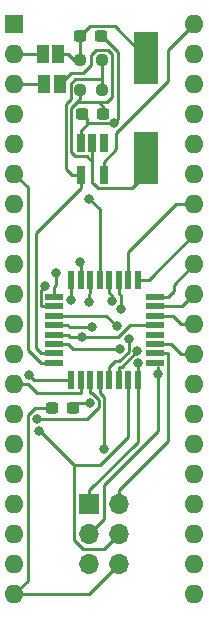
<source format=gbr>
%TF.GenerationSoftware,KiCad,Pcbnew,6.0.2-378541a8eb~116~ubuntu21.10.1*%
%TF.CreationDate,2022-02-13T12:51:07+01:00*%
%TF.ProjectId,QL_IC24,514c5f49-4332-4342-9e6b-696361645f70,00*%
%TF.SameCoordinates,Original*%
%TF.FileFunction,Copper,L1,Top*%
%TF.FilePolarity,Positive*%
%FSLAX46Y46*%
G04 Gerber Fmt 4.6, Leading zero omitted, Abs format (unit mm)*
G04 Created by KiCad (PCBNEW 6.0.2-378541a8eb~116~ubuntu21.10.1) date 2022-02-13 12:51:07*
%MOMM*%
%LPD*%
G01*
G04 APERTURE LIST*
G04 Aperture macros list*
%AMRoundRect*
0 Rectangle with rounded corners*
0 $1 Rounding radius*
0 $2 $3 $4 $5 $6 $7 $8 $9 X,Y pos of 4 corners*
0 Add a 4 corners polygon primitive as box body*
4,1,4,$2,$3,$4,$5,$6,$7,$8,$9,$2,$3,0*
0 Add four circle primitives for the rounded corners*
1,1,$1+$1,$2,$3*
1,1,$1+$1,$4,$5*
1,1,$1+$1,$6,$7*
1,1,$1+$1,$8,$9*
0 Add four rect primitives between the rounded corners*
20,1,$1+$1,$2,$3,$4,$5,0*
20,1,$1+$1,$4,$5,$6,$7,0*
20,1,$1+$1,$6,$7,$8,$9,0*
20,1,$1+$1,$8,$9,$2,$3,0*%
G04 Aperture macros list end*
%TA.AperFunction,SMDPad,CuDef*%
%ADD10R,1.000000X1.500000*%
%TD*%
%TA.AperFunction,ComponentPad*%
%ADD11R,1.700000X1.700000*%
%TD*%
%TA.AperFunction,ComponentPad*%
%ADD12O,1.700000X1.700000*%
%TD*%
%TA.AperFunction,SMDPad,CuDef*%
%ADD13R,2.000000X4.500000*%
%TD*%
%TA.AperFunction,SMDPad,CuDef*%
%ADD14R,0.650000X1.560000*%
%TD*%
%TA.AperFunction,ComponentPad*%
%ADD15R,1.600000X1.600000*%
%TD*%
%TA.AperFunction,ComponentPad*%
%ADD16O,1.600000X1.600000*%
%TD*%
%TA.AperFunction,SMDPad,CuDef*%
%ADD17RoundRect,0.237500X0.250000X0.237500X-0.250000X0.237500X-0.250000X-0.237500X0.250000X-0.237500X0*%
%TD*%
%TA.AperFunction,SMDPad,CuDef*%
%ADD18RoundRect,0.237500X0.300000X0.237500X-0.300000X0.237500X-0.300000X-0.237500X0.300000X-0.237500X0*%
%TD*%
%TA.AperFunction,SMDPad,CuDef*%
%ADD19R,1.600000X0.550000*%
%TD*%
%TA.AperFunction,SMDPad,CuDef*%
%ADD20R,0.550000X1.600000*%
%TD*%
%TA.AperFunction,SMDPad,CuDef*%
%ADD21RoundRect,0.237500X-0.300000X-0.237500X0.300000X-0.237500X0.300000X0.237500X-0.300000X0.237500X0*%
%TD*%
%TA.AperFunction,ViaPad*%
%ADD22C,0.800000*%
%TD*%
%TA.AperFunction,Conductor*%
%ADD23C,0.250000*%
%TD*%
G04 APERTURE END LIST*
D10*
%TO.P,JP2,1,A*%
%TO.N,Net-(C3-Pad1)*%
X118140000Y-73660000D03*
%TO.P,JP2,2,B*%
%TO.N,/XTAL2*%
X116840000Y-73660000D03*
%TD*%
%TO.P,JP1,1,A*%
%TO.N,Net-(C2-Pad1)*%
X117998000Y-71120000D03*
%TO.P,JP1,2,B*%
%TO.N,/XTAL1*%
X116698000Y-71120000D03*
%TD*%
D11*
%TO.P,J2,1,Pin_1*%
%TO.N,/DTR*%
X120650000Y-109220000D03*
D12*
%TO.P,J2,2,Pin_2*%
%TO.N,+5V*%
X123190000Y-109220000D03*
%TO.P,J2,3,Pin_3*%
%TO.N,/CTS*%
X120650000Y-111760000D03*
%TO.P,J2,4,Pin_4*%
%TO.N,/COMCTL*%
X123190000Y-111760000D03*
%TO.P,J2,5,Pin_5*%
%TO.N,unconnected-(J2-Pad5)*%
X120650000Y-114300000D03*
%TO.P,J2,6,Pin_6*%
%TO.N,GND*%
X123190000Y-114300000D03*
%TD*%
D13*
%TO.P,Y1,2,2*%
%TO.N,Net-(C3-Pad1)*%
X125476000Y-79942000D03*
%TO.P,Y1,1,1*%
%TO.N,Net-(C2-Pad1)*%
X125476000Y-71442000D03*
%TD*%
D14*
%TO.P,U2,1,NC*%
%TO.N,unconnected-(U2-Pad1)*%
X121854000Y-78660000D03*
%TO.P,U2,2*%
%TO.N,Net-(C3-Pad1)*%
X120904000Y-78660000D03*
%TO.P,U2,3,GND*%
%TO.N,GND*%
X119954000Y-78660000D03*
%TO.P,U2,4*%
%TO.N,/CLK*%
X119954000Y-81360000D03*
%TO.P,U2,5,VCC*%
%TO.N,+5V*%
X121854000Y-81360000D03*
%TD*%
D15*
%TO.P,J1,1,Pin_1*%
%TO.N,unconnected-(J1-Pad1)*%
X114300000Y-68580000D03*
D16*
%TO.P,J1,2,Pin_2*%
%TO.N,/XTAL1*%
X114300000Y-71120000D03*
%TO.P,J1,3,Pin_3*%
%TO.N,/XTAL2*%
X114300000Y-73660000D03*
%TO.P,J1,4,Pin_4*%
%TO.N,/~{RESET}*%
X114300000Y-76200000D03*
%TO.P,J1,5,Pin_5*%
%TO.N,unconnected-(J1-Pad5)*%
X114300000Y-78740000D03*
%TO.P,J1,6,Pin_6*%
%TO.N,/~{INT}*%
X114300000Y-81280000D03*
%TO.P,J1,7,Pin_7*%
%TO.N,unconnected-(J1-Pad7)*%
X114300000Y-83820000D03*
%TO.P,J1,8,Pin_8*%
%TO.N,unconnected-(J1-Pad8)*%
X114300000Y-86360000D03*
%TO.P,J1,9,Pin_9*%
%TO.N,unconnected-(J1-Pad9)*%
X114300000Y-88900000D03*
%TO.P,J1,10,Pin_10*%
%TO.N,/COMCTL*%
X114300000Y-91440000D03*
%TO.P,J1,11,Pin_11*%
%TO.N,unconnected-(J1-Pad11)*%
X114300000Y-93980000D03*
%TO.P,J1,12,Pin_12*%
%TO.N,/KBI0*%
X114300000Y-96520000D03*
%TO.P,J1,13,Pin_13*%
%TO.N,/KBI1*%
X114300000Y-99060000D03*
%TO.P,J1,14,Pin_14*%
%TO.N,/KBI2*%
X114300000Y-101600000D03*
%TO.P,J1,15,Pin_15*%
%TO.N,/KBI3*%
X114300000Y-104140000D03*
%TO.P,J1,16,Pin_16*%
%TO.N,/KBI4*%
X114300000Y-106680000D03*
%TO.P,J1,17,Pin_17*%
%TO.N,/KBI5*%
X114300000Y-109220000D03*
%TO.P,J1,18,Pin_18*%
%TO.N,/KBI6*%
X114300000Y-111760000D03*
%TO.P,J1,19,Pin_19*%
%TO.N,/KBI7*%
X114300000Y-114300000D03*
%TO.P,J1,20,Pin_20*%
%TO.N,GND*%
X114300000Y-116840000D03*
%TO.P,J1,21,Pin_21*%
%TO.N,unconnected-(J1-Pad21)*%
X129540000Y-116840000D03*
%TO.P,J1,22,Pin_22*%
%TO.N,/SPK*%
X129540000Y-114300000D03*
%TO.P,J1,23,Pin_23*%
%TO.N,/~{IPL2{slash}0}*%
X129540000Y-111760000D03*
%TO.P,J1,24,Pin_24*%
%TO.N,/~{IPL1}*%
X129540000Y-109220000D03*
%TO.P,J1,25,Pin_25*%
%TO.N,unconnected-(J1-Pad25)*%
X129540000Y-106680000D03*
%TO.P,J1,26,Pin_26*%
%TO.N,unconnected-(J1-Pad26)*%
X129540000Y-104140000D03*
%TO.P,J1,27,Pin_27*%
%TO.N,/KBO0*%
X129540000Y-101600000D03*
%TO.P,J1,28,Pin_28*%
%TO.N,/KBO1*%
X129540000Y-99060000D03*
%TO.P,J1,29,Pin_29*%
%TO.N,/KBO2*%
X129540000Y-96520000D03*
%TO.P,J1,30,Pin_30*%
%TO.N,/KBO3*%
X129540000Y-93980000D03*
%TO.P,J1,31,Pin_31*%
%TO.N,/KBO4*%
X129540000Y-91440000D03*
%TO.P,J1,32,Pin_32*%
%TO.N,/KBO5*%
X129540000Y-88900000D03*
%TO.P,J1,33,Pin_33*%
%TO.N,/KBO6*%
X129540000Y-86360000D03*
%TO.P,J1,34,Pin_34*%
%TO.N,/KBO7*%
X129540000Y-83820000D03*
%TO.P,J1,35,Pin_35*%
%TO.N,/CTS*%
X129540000Y-81280000D03*
%TO.P,J1,36,Pin_36*%
%TO.N,/DTR*%
X129540000Y-78740000D03*
%TO.P,J1,37,Pin_37*%
%TO.N,unconnected-(J1-Pad37)*%
X129540000Y-76200000D03*
%TO.P,J1,38,Pin_38*%
%TO.N,/COMDATA*%
X129540000Y-73660000D03*
%TO.P,J1,39,Pin_39*%
%TO.N,/BAUDX4*%
X129540000Y-71120000D03*
%TO.P,J1,40,Pin_40*%
%TO.N,+5V*%
X129540000Y-68580000D03*
%TD*%
D17*
%TO.P,R1,1*%
%TO.N,/CLK*%
X121713000Y-74168000D03*
%TO.P,R1,2*%
%TO.N,Net-(C3-Pad1)*%
X119888000Y-74168000D03*
%TD*%
D18*
%TO.P,C1,1*%
%TO.N,+5V*%
X119226500Y-101092000D03*
%TO.P,C1,2*%
%TO.N,GND*%
X117501500Y-101092000D03*
%TD*%
%TO.P,C3,1*%
%TO.N,Net-(C3-Pad1)*%
X121766500Y-76200000D03*
%TO.P,C3,2*%
%TO.N,GND*%
X120041500Y-76200000D03*
%TD*%
D19*
%TO.P,U1,1,PD3*%
%TO.N,/KBI4*%
X117675000Y-91688000D03*
%TO.P,U1,2,PD4*%
%TO.N,/KBI3*%
X117675000Y-92488000D03*
%TO.P,U1,3,PE0*%
%TO.N,/KBO0*%
X117675000Y-93288000D03*
%TO.P,U1,4,VCC*%
%TO.N,+5V*%
X117675000Y-94088000D03*
%TO.P,U1,5,GND*%
%TO.N,GND*%
X117675000Y-94888000D03*
%TO.P,U1,6,PE1*%
%TO.N,/KBO1*%
X117675000Y-95688000D03*
%TO.P,U1,7,XTAL1/PB6*%
%TO.N,/CLK*%
X117675000Y-96488000D03*
%TO.P,U1,8,XTAL2/PB7*%
%TO.N,/~{INT}*%
X117675000Y-97288000D03*
D20*
%TO.P,U1,9,PD5*%
%TO.N,/KBI2*%
X119125000Y-98738000D03*
%TO.P,U1,10,PD6*%
%TO.N,/KBI1*%
X119925000Y-98738000D03*
%TO.P,U1,11,PD7*%
%TO.N,/KBI0*%
X120725000Y-98738000D03*
%TO.P,U1,12,PB0*%
%TO.N,/SPK*%
X121525000Y-98738000D03*
%TO.P,U1,13,PB1*%
%TO.N,/BAUDX4*%
X122325000Y-98738000D03*
%TO.P,U1,14,PB2*%
%TO.N,/COMDATA*%
X123125000Y-98738000D03*
%TO.P,U1,15,PB3*%
%TO.N,/COMCTL*%
X123925000Y-98738000D03*
%TO.P,U1,16,PB4*%
%TO.N,/DTR*%
X124725000Y-98738000D03*
D19*
%TO.P,U1,17,PB5*%
%TO.N,/CTS*%
X126175000Y-97288000D03*
%TO.P,U1,18,AVCC*%
%TO.N,+5V*%
X126175000Y-96488000D03*
%TO.P,U1,19,PE2*%
%TO.N,/KBO2*%
X126175000Y-95688000D03*
%TO.P,U1,20,AREF*%
%TO.N,unconnected-(U1-Pad20)*%
X126175000Y-94888000D03*
%TO.P,U1,21,GND*%
%TO.N,GND*%
X126175000Y-94088000D03*
%TO.P,U1,22,PE3*%
%TO.N,/KBO3*%
X126175000Y-93288000D03*
%TO.P,U1,23,PC0*%
%TO.N,/KBO4*%
X126175000Y-92488000D03*
%TO.P,U1,24,PC1*%
%TO.N,/KBO5*%
X126175000Y-91688000D03*
D20*
%TO.P,U1,25,PC2*%
%TO.N,/KBO6*%
X124725000Y-90238000D03*
%TO.P,U1,26,PC3*%
%TO.N,/KBO7*%
X123925000Y-90238000D03*
%TO.P,U1,27,PC4*%
%TO.N,/~{IPL1}*%
X123125000Y-90238000D03*
%TO.P,U1,28,PC5*%
%TO.N,/~{IPL2{slash}0}*%
X122325000Y-90238000D03*
%TO.P,U1,29,~{RESET}/PC6*%
%TO.N,/~{RESET}*%
X121525000Y-90238000D03*
%TO.P,U1,30,PD0*%
%TO.N,/KBI7*%
X120725000Y-90238000D03*
%TO.P,U1,31,PD1*%
%TO.N,/KBI6*%
X119925000Y-90238000D03*
%TO.P,U1,32,PD2*%
%TO.N,/KBI5*%
X119125000Y-90238000D03*
%TD*%
D17*
%TO.P,R2,1*%
%TO.N,/CLK*%
X121713000Y-71628000D03*
%TO.P,R2,2*%
%TO.N,Net-(C2-Pad1)*%
X119888000Y-71628000D03*
%TD*%
D21*
%TO.P,C2,1*%
%TO.N,Net-(C2-Pad1)*%
X119888000Y-69596000D03*
%TO.P,C2,2*%
%TO.N,GND*%
X121613000Y-69596000D03*
%TD*%
D22*
%TO.N,+5V*%
X120842200Y-94216800D03*
X120698500Y-100717700D03*
%TO.N,/BAUDX4*%
X123969800Y-95279700D03*
%TO.N,/COMDATA*%
X124697500Y-96290400D03*
%TO.N,/DTR*%
X124725000Y-97290800D03*
%TO.N,/CTS*%
X126492000Y-98202400D03*
%TO.N,/KBO1*%
X123203900Y-96114200D03*
%TO.N,/KBO0*%
X122944000Y-94190000D03*
%TO.N,/~{IPL1}*%
X123344900Y-92763400D03*
%TO.N,/~{IPL2{slash}0}*%
X122562500Y-92087000D03*
%TO.N,/SPK*%
X121874100Y-104570400D03*
%TO.N,GND*%
X120044100Y-95109800D03*
X122725200Y-77014900D03*
%TO.N,/KBI7*%
X120650700Y-92163800D03*
%TO.N,/KBI6*%
X119853700Y-88772200D03*
%TO.N,/KBI5*%
X119125000Y-91998600D03*
%TO.N,/KBI4*%
X117856000Y-89662000D03*
%TO.N,/KBI3*%
X116926800Y-90793500D03*
%TO.N,/KBI2*%
X115560500Y-98330800D03*
%TO.N,/KBI0*%
X116236000Y-102004300D03*
%TO.N,/COMCTL*%
X116385300Y-103017100D03*
%TO.N,/~{RESET}*%
X120650700Y-83394700D03*
%TD*%
D23*
%TO.N,Net-(C3-Pad1)*%
X122547700Y-74810300D02*
X122174000Y-75184000D01*
X121403600Y-75175600D02*
X122165600Y-75175600D01*
X122165600Y-75175600D02*
X122174000Y-75184000D01*
%TO.N,/CLK*%
X119954000Y-81360000D02*
X119206000Y-81360000D01*
X119206000Y-81360000D02*
X118677900Y-80831900D01*
X118677900Y-80831900D02*
X118677900Y-75380900D01*
X118677900Y-75380900D02*
X119071900Y-74986900D01*
X119071900Y-74986900D02*
X119071900Y-73680100D01*
X119071900Y-73680100D02*
X119463000Y-73289000D01*
X119463000Y-73289000D02*
X121713000Y-73289000D01*
%TO.N,Net-(C3-Pad1)*%
X120904000Y-78660000D02*
X120904000Y-80264000D01*
X120904000Y-80264000D02*
X120904000Y-82019900D01*
X120421200Y-79765400D02*
X120421200Y-79781200D01*
X120421200Y-79781200D02*
X120904000Y-80264000D01*
X121353500Y-82469400D02*
X121169050Y-82284950D01*
X121169050Y-82284950D02*
X121004100Y-82120000D01*
X120904000Y-82019900D02*
X121169050Y-82284950D01*
X125476000Y-79942000D02*
X125476000Y-81280000D01*
X125476000Y-81280000D02*
X124286600Y-82469400D01*
X124286600Y-82469400D02*
X121353500Y-82469400D01*
%TO.N,/KBI4*%
X117675000Y-91688000D02*
X117675000Y-90859000D01*
X117675000Y-90859000D02*
X117856000Y-90678000D01*
X117856000Y-89662000D02*
X117856000Y-90678000D01*
%TO.N,/~{IPL2{slash}0}*%
X122325000Y-90238000D02*
X122325000Y-91337000D01*
X122562500Y-92087000D02*
X122562500Y-91574500D01*
X122562500Y-91574500D02*
X122325000Y-91337000D01*
%TO.N,/CTS*%
X126492000Y-98202400D02*
X126492000Y-103091900D01*
X126492000Y-103091900D02*
X121920000Y-107663900D01*
X121920000Y-107663900D02*
X121920000Y-110490000D01*
X121920000Y-110490000D02*
X120650000Y-111760000D01*
X126492000Y-98202400D02*
X126492000Y-97605000D01*
%TO.N,+5V*%
X122930800Y-77835100D02*
X127306950Y-73458950D01*
X129540000Y-68580000D02*
X127306950Y-70813050D01*
X127306950Y-70813050D02*
X127306950Y-73458950D01*
%TO.N,Net-(C2-Pad1)*%
X119888000Y-71628000D02*
X119331300Y-71628000D01*
X119331300Y-71628000D02*
X118823300Y-71120000D01*
X119888000Y-69596000D02*
X120691000Y-68793000D01*
X120691000Y-68793000D02*
X122827000Y-68793000D01*
X122827000Y-68793000D02*
X125476000Y-71442000D01*
%TO.N,Net-(C3-Pad1)*%
X119625600Y-75175600D02*
X119128300Y-75672900D01*
X119888000Y-74913200D02*
X119625600Y-75175600D01*
X121403600Y-75175600D02*
X121766500Y-75538500D01*
X119625600Y-75175600D02*
X121403600Y-75175600D01*
X119888000Y-74168000D02*
X119888000Y-74913200D01*
X119128300Y-75672900D02*
X119128300Y-79429000D01*
X119128300Y-79429000D02*
X119464700Y-79765400D01*
X119464700Y-79765400D02*
X120421200Y-79765400D01*
X122562300Y-74810300D02*
X122562300Y-71176500D01*
X122562300Y-74810300D02*
X122547700Y-74810300D01*
X121766500Y-76200000D02*
X121766500Y-75538500D01*
%TO.N,/KBO7*%
X129540000Y-83820000D02*
X128016000Y-83820000D01*
X128016000Y-83820000D02*
X123925000Y-87911000D01*
X123925000Y-87911000D02*
X123925000Y-90238000D01*
%TO.N,/KBO6*%
X124725000Y-90238000D02*
X125662000Y-90238000D01*
X125662000Y-90238000D02*
X129540000Y-86360000D01*
%TO.N,/KBO3*%
X126175000Y-93288000D02*
X127692000Y-93288000D01*
X129540000Y-93980000D02*
X128384000Y-93980000D01*
X128384000Y-93980000D02*
X127692000Y-93288000D01*
%TO.N,/KBO4*%
X126175000Y-92488000D02*
X128492000Y-92488000D01*
X128492000Y-92488000D02*
X129540000Y-91440000D01*
%TO.N,/KBO5*%
X127300300Y-91688000D02*
X127782150Y-91206150D01*
X129540000Y-88900000D02*
X127782150Y-90657850D01*
X127782150Y-90657850D02*
X127782150Y-91206150D01*
%TO.N,/COMCTL*%
X119380000Y-105918000D02*
X121562000Y-105918000D01*
X121614000Y-105866000D02*
X123925000Y-103555000D01*
X121562000Y-105918000D02*
X121614000Y-105866000D01*
X119380000Y-112268000D02*
X119380000Y-105918000D01*
X116479100Y-103017100D02*
X119380000Y-105918000D01*
X116385300Y-103017100D02*
X116479100Y-103017100D01*
X123190000Y-111760000D02*
X121920000Y-113030000D01*
X121920000Y-113030000D02*
X120142000Y-113030000D01*
X120142000Y-113030000D02*
X119380000Y-112268000D01*
%TO.N,GND*%
X115425300Y-101714500D02*
X115425300Y-115714700D01*
X115425300Y-115714700D02*
X114300000Y-116840000D01*
X123190000Y-114300000D02*
X120650000Y-116840000D01*
X120650000Y-116840000D02*
X114300000Y-116840000D01*
%TO.N,Net-(C3-Pad1)*%
X120904000Y-78914000D02*
X120904000Y-78660000D01*
X119052600Y-72747400D02*
X118140000Y-73660000D01*
X120084300Y-72747400D02*
X119052600Y-72747400D01*
X120800500Y-72031200D02*
X120084300Y-72747400D01*
X120800500Y-71200700D02*
X120800500Y-72031200D01*
X121183500Y-70817700D02*
X120800500Y-71200700D01*
X122203500Y-70817700D02*
X121183500Y-70817700D01*
X122562300Y-71176500D02*
X122203500Y-70817700D01*
X120904000Y-78914000D02*
X120904000Y-79282600D01*
%TO.N,Net-(C2-Pad1)*%
X117998000Y-71120000D02*
X118823300Y-71120000D01*
X119888000Y-69596000D02*
X119888000Y-71628000D01*
%TO.N,/CLK*%
X121713000Y-71628000D02*
X121713000Y-73289000D01*
X121713000Y-73289000D02*
X121713000Y-74168000D01*
X117675000Y-96488000D02*
X116549700Y-96488000D01*
X116096800Y-96035100D02*
X116549700Y-96488000D01*
X116096800Y-86322500D02*
X116096800Y-96035100D01*
X119954000Y-82465300D02*
X116096800Y-86322500D01*
X119954000Y-81360000D02*
X119954000Y-82465300D01*
%TO.N,+5V*%
X117675000Y-94088000D02*
X118800300Y-94088000D01*
X121854000Y-81360000D02*
X121854000Y-80254700D01*
X119600800Y-100717700D02*
X120698500Y-100717700D01*
X119226500Y-101092000D02*
X119600800Y-100717700D01*
X122930800Y-79177900D02*
X122930800Y-77835100D01*
X121854000Y-80254700D02*
X122930800Y-79177900D01*
X118929100Y-94216800D02*
X120842200Y-94216800D01*
X118800300Y-94088000D02*
X118929100Y-94216800D01*
X127300300Y-103934400D02*
X123190000Y-108044700D01*
X127300300Y-96488000D02*
X127300300Y-103934400D01*
X126175000Y-96488000D02*
X127300300Y-96488000D01*
X123190000Y-109220000D02*
X123190000Y-108044700D01*
%TO.N,/BAUDX4*%
X122325000Y-98738000D02*
X122325000Y-97612700D01*
X123969800Y-96381300D02*
X123969800Y-95279700D01*
X123188800Y-97162300D02*
X123969800Y-96381300D01*
X122775400Y-97162300D02*
X123188800Y-97162300D01*
X122325000Y-97612700D02*
X122775400Y-97162300D01*
%TO.N,/COMDATA*%
X123125000Y-98738000D02*
X123125000Y-97612700D01*
X124697500Y-96290500D02*
X124697500Y-96290400D01*
X123375300Y-97612700D02*
X124697500Y-96290500D01*
X123125000Y-97612700D02*
X123375300Y-97612700D01*
%TO.N,/DTR*%
X124725000Y-97290800D02*
X124725000Y-98738000D01*
X120650000Y-109220000D02*
X120650000Y-108044700D01*
X124725000Y-103969700D02*
X120650000Y-108044700D01*
X124725000Y-98738000D02*
X124725000Y-103969700D01*
%TO.N,/KBO5*%
X126175000Y-91688000D02*
X127300300Y-91688000D01*
%TO.N,/KBO2*%
X127582700Y-95688000D02*
X128414700Y-96520000D01*
X126175000Y-95688000D02*
X127582700Y-95688000D01*
X129540000Y-96520000D02*
X128414700Y-96520000D01*
%TO.N,/KBO1*%
X117675000Y-95688000D02*
X118800300Y-95688000D01*
X119226500Y-96114200D02*
X123203900Y-96114200D01*
X118800300Y-95688000D02*
X119226500Y-96114200D01*
%TO.N,/KBO0*%
X122042000Y-93288000D02*
X122944000Y-94190000D01*
X117675000Y-93288000D02*
X122042000Y-93288000D01*
%TO.N,/~{IPL1}*%
X123125000Y-90238000D02*
X123125000Y-91363300D01*
X123344900Y-91583200D02*
X123344900Y-92763400D01*
X123125000Y-91363300D02*
X123344900Y-91583200D01*
%TO.N,/SPK*%
X121525000Y-98738000D02*
X121525000Y-99863300D01*
X121874100Y-100212400D02*
X121525000Y-99863300D01*
X121874100Y-104570400D02*
X121874100Y-100212400D01*
%TO.N,GND*%
X117675000Y-94888000D02*
X118800300Y-94888000D01*
X119954000Y-78660000D02*
X119954000Y-77554700D01*
X119022100Y-95109800D02*
X120044100Y-95109800D01*
X118800300Y-94888000D02*
X119022100Y-95109800D01*
X124077500Y-94088000D02*
X126175000Y-94088000D01*
X123055700Y-95109800D02*
X124077500Y-94088000D01*
X120044100Y-95109800D02*
X123055700Y-95109800D01*
X116047800Y-101092000D02*
X115425300Y-101714500D01*
X117501500Y-101092000D02*
X116047800Y-101092000D01*
X123066300Y-76673800D02*
X122725200Y-77014900D01*
X123066300Y-70975900D02*
X123066300Y-76673800D01*
X121686400Y-69596000D02*
X123066300Y-70975900D01*
X121613000Y-69596000D02*
X121686400Y-69596000D01*
X122725200Y-77014900D02*
X120403100Y-77014900D01*
X120403100Y-77105600D02*
X120403100Y-77014900D01*
X119954000Y-77554700D02*
X120403100Y-77105600D01*
X120403100Y-76561600D02*
X120041500Y-76200000D01*
X120403100Y-77014900D02*
X120403100Y-76561600D01*
%TO.N,/KBI7*%
X120725000Y-90238000D02*
X120725000Y-91363300D01*
X120650700Y-91437600D02*
X120650700Y-92163800D01*
X120725000Y-91363300D02*
X120650700Y-91437600D01*
%TO.N,/KBI6*%
X119925000Y-90238000D02*
X119925000Y-89112700D01*
X119853700Y-89041400D02*
X119853700Y-88772200D01*
X119925000Y-89112700D02*
X119853700Y-89041400D01*
%TO.N,/KBI5*%
X119125000Y-90238000D02*
X119125000Y-91998600D01*
%TO.N,/KBI3*%
X117675000Y-92488000D02*
X116549700Y-92488000D01*
X116549700Y-91170600D02*
X116926800Y-90793500D01*
X116549700Y-92488000D02*
X116549700Y-91170600D01*
%TO.N,/KBI2*%
X115967700Y-98738000D02*
X115560500Y-98330800D01*
X119125000Y-98738000D02*
X115967700Y-98738000D01*
%TO.N,/KBI1*%
X114300000Y-99060000D02*
X115425300Y-99060000D01*
X119925000Y-98738000D02*
X119925000Y-99863300D01*
X116228600Y-99863300D02*
X115425300Y-99060000D01*
X119925000Y-99863300D02*
X116228600Y-99863300D01*
%TO.N,/KBI0*%
X120725000Y-98738000D02*
X120725000Y-99863300D01*
X120437700Y-102004300D02*
X116236000Y-102004300D01*
X121423800Y-101018200D02*
X120437700Y-102004300D01*
X121423800Y-100417200D02*
X121423800Y-101018200D01*
X120869900Y-99863300D02*
X121423800Y-100417200D01*
X120725000Y-99863300D02*
X120869900Y-99863300D01*
%TO.N,/COMCTL*%
X123925000Y-103555000D02*
X123925000Y-98738000D01*
%TO.N,/~{INT}*%
X114380000Y-81360000D02*
X114300000Y-81280000D01*
X117675000Y-97288000D02*
X116549700Y-97288000D01*
X115425400Y-96163700D02*
X116549700Y-97288000D01*
X115425400Y-82405400D02*
X115425400Y-96163700D01*
X114380000Y-81360000D02*
X115425400Y-82405400D01*
%TO.N,/~{RESET}*%
X121525000Y-84269000D02*
X120650700Y-83394700D01*
X121525000Y-90238000D02*
X121525000Y-84269000D01*
%TO.N,/XTAL2*%
X114300000Y-73660000D02*
X116840000Y-73660000D01*
%TO.N,/XTAL1*%
X114300000Y-71120000D02*
X116698000Y-71120000D01*
%TD*%
M02*

</source>
